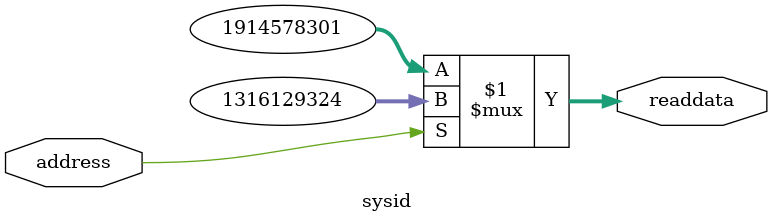
<source format=v>

`timescale 1ns / 1ps
// synthesis translate_on

// turn off superfluous verilog processor warnings 
// altera message_level Level1 
// altera message_off 10034 10035 10036 10037 10230 10240 10030 

module sysid (
               // inputs:
                address,

               // outputs:
                readdata
             )
;

  output  [ 31: 0] readdata;
  input            address;

  wire    [ 31: 0] readdata;
  //control_slave, which is an e_avalon_slave
  assign readdata = address ? 1316129324 : 1914578301;

endmodule


</source>
